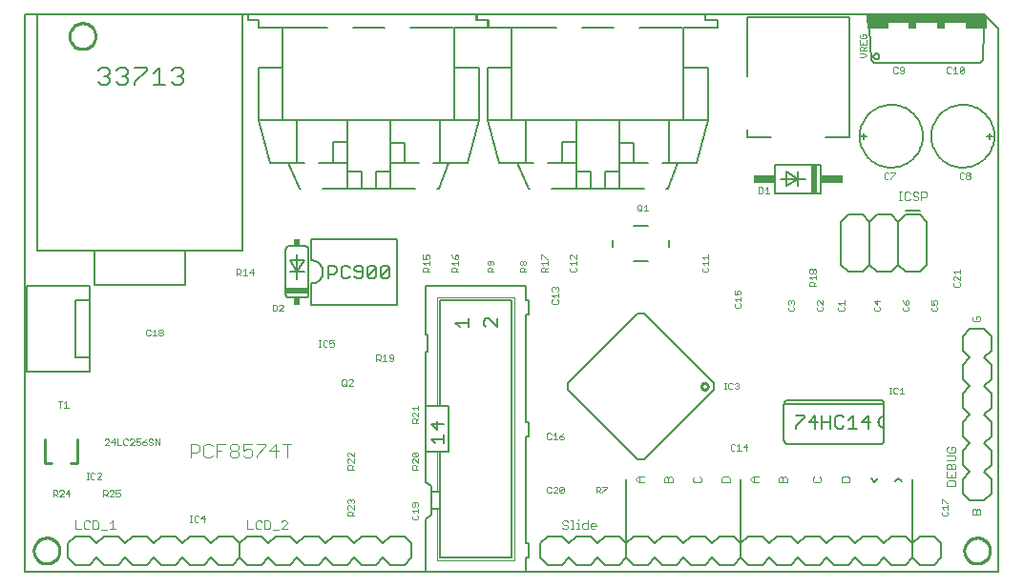
<source format=gto>
G75*
G70*
%OFA0B0*%
%FSLAX24Y24*%
%IPPOS*%
%LPD*%
%AMOC8*
5,1,8,0,0,1.08239X$1,22.5*
%
%ADD10C,0.0000*%
%ADD11C,0.0040*%
%ADD12C,0.0030*%
%ADD13C,0.0100*%
%ADD14C,0.0060*%
%ADD15C,0.0080*%
%ADD16C,0.0050*%
%ADD17C,0.0020*%
%ADD18R,0.4200X0.0300*%
%ADD19R,0.0750X0.0200*%
%ADD20R,0.0300X0.0200*%
%ADD21R,0.0200X0.1000*%
%ADD22R,0.0750X0.0300*%
%ADD23R,0.0800X0.0200*%
%ADD24R,0.0200X0.0250*%
D10*
X000182Y000188D02*
X000182Y019688D01*
X033682Y019688D01*
X034182Y019188D01*
X034182Y000188D01*
X000182Y000188D01*
D11*
X005952Y004208D02*
X005952Y004668D01*
X006183Y004668D01*
X006259Y004591D01*
X006259Y004438D01*
X006183Y004361D01*
X005952Y004361D01*
X006413Y004284D02*
X006489Y004208D01*
X006643Y004208D01*
X006720Y004284D01*
X006873Y004208D02*
X006873Y004668D01*
X007180Y004668D01*
X007333Y004591D02*
X007333Y004515D01*
X007410Y004438D01*
X007564Y004438D01*
X007640Y004361D01*
X007640Y004284D01*
X007564Y004208D01*
X007410Y004208D01*
X007333Y004284D01*
X007333Y004361D01*
X007410Y004438D01*
X007564Y004438D02*
X007640Y004515D01*
X007640Y004591D01*
X007564Y004668D01*
X007410Y004668D01*
X007333Y004591D01*
X007026Y004438D02*
X006873Y004438D01*
X006720Y004591D02*
X006643Y004668D01*
X006489Y004668D01*
X006413Y004591D01*
X006413Y004284D01*
X007794Y004284D02*
X007870Y004208D01*
X008024Y004208D01*
X008101Y004284D01*
X008101Y004438D01*
X008024Y004515D01*
X007947Y004515D01*
X007794Y004438D01*
X007794Y004668D01*
X008101Y004668D01*
X008254Y004668D02*
X008561Y004668D01*
X008561Y004591D01*
X008254Y004284D01*
X008254Y004208D01*
X008714Y004438D02*
X009021Y004438D01*
X008945Y004208D02*
X008945Y004668D01*
X008714Y004438D01*
X009175Y004668D02*
X009482Y004668D01*
X009328Y004668D02*
X009328Y004208D01*
X021507Y003426D02*
X021601Y003333D01*
X021787Y003333D01*
X021647Y003333D02*
X021647Y003520D01*
X021601Y003520D02*
X021787Y003520D01*
X021601Y003520D02*
X021507Y003426D01*
X022507Y003473D02*
X022507Y003333D01*
X022787Y003333D01*
X022787Y003473D01*
X022741Y003520D01*
X022694Y003520D01*
X022647Y003473D01*
X022647Y003333D01*
X022647Y003473D02*
X022601Y003520D01*
X022554Y003520D01*
X022507Y003473D01*
X023507Y003473D02*
X023507Y003379D01*
X023554Y003333D01*
X023741Y003333D01*
X023787Y003379D01*
X023787Y003473D01*
X023741Y003520D01*
X023554Y003520D02*
X023507Y003473D01*
X024507Y003473D02*
X024507Y003333D01*
X024787Y003333D01*
X024787Y003473D01*
X024741Y003520D01*
X024554Y003520D01*
X024507Y003473D01*
X025507Y003426D02*
X025601Y003333D01*
X025787Y003333D01*
X025647Y003333D02*
X025647Y003520D01*
X025601Y003520D02*
X025787Y003520D01*
X025601Y003520D02*
X025507Y003426D01*
X026507Y003473D02*
X026507Y003333D01*
X026787Y003333D01*
X026787Y003473D01*
X026741Y003520D01*
X026694Y003520D01*
X026647Y003473D01*
X026647Y003333D01*
X026647Y003473D02*
X026601Y003520D01*
X026554Y003520D01*
X026507Y003473D01*
X027695Y003473D02*
X027695Y003379D01*
X027741Y003333D01*
X027928Y003333D01*
X027975Y003379D01*
X027975Y003473D01*
X027928Y003520D01*
X027741Y003520D02*
X027695Y003473D01*
X028695Y003473D02*
X028695Y003333D01*
X028975Y003333D01*
X028975Y003473D01*
X028928Y003520D01*
X028741Y003520D01*
X028695Y003473D01*
X033257Y002348D02*
X033257Y002208D01*
X033537Y002208D01*
X033537Y002348D01*
X033491Y002395D01*
X033444Y002395D01*
X033397Y002348D01*
X033397Y002208D01*
X033397Y002348D02*
X033351Y002395D01*
X033304Y002395D01*
X033257Y002348D01*
X033304Y008958D02*
X033491Y008958D01*
X033537Y009004D01*
X033537Y009098D01*
X033491Y009145D01*
X033397Y009145D01*
X033397Y009051D01*
X033304Y008958D02*
X033257Y009004D01*
X033257Y009098D01*
X033304Y009145D01*
D12*
X031483Y013203D02*
X031483Y013493D01*
X031628Y013493D01*
X031677Y013445D01*
X031677Y013348D01*
X031628Y013299D01*
X031483Y013299D01*
X031382Y013299D02*
X031382Y013251D01*
X031334Y013203D01*
X031237Y013203D01*
X031188Y013251D01*
X031087Y013251D02*
X031039Y013203D01*
X030942Y013203D01*
X030894Y013251D01*
X030894Y013445D01*
X030942Y013493D01*
X031039Y013493D01*
X031087Y013445D01*
X031188Y013445D02*
X031188Y013396D01*
X031237Y013348D01*
X031334Y013348D01*
X031382Y013299D01*
X031382Y013445D02*
X031334Y013493D01*
X031237Y013493D01*
X031188Y013445D01*
X030794Y013493D02*
X030697Y013493D01*
X030746Y013493D02*
X030746Y013203D01*
X030794Y013203D02*
X030697Y013203D01*
X032426Y004575D02*
X032377Y004526D01*
X032377Y004430D01*
X032426Y004381D01*
X032619Y004381D01*
X032667Y004430D01*
X032667Y004526D01*
X032619Y004575D01*
X032522Y004575D01*
X032522Y004478D01*
X032619Y004280D02*
X032377Y004280D01*
X032377Y004087D02*
X032619Y004087D01*
X032667Y004135D01*
X032667Y004232D01*
X032619Y004280D01*
X032619Y003985D02*
X032667Y003937D01*
X032667Y003792D01*
X032377Y003792D01*
X032377Y003937D01*
X032426Y003985D01*
X032474Y003985D01*
X032522Y003937D01*
X032522Y003792D01*
X032522Y003937D02*
X032571Y003985D01*
X032619Y003985D01*
X032667Y003691D02*
X032667Y003497D01*
X032377Y003497D01*
X032377Y003691D01*
X032522Y003594D02*
X032522Y003497D01*
X032426Y003396D02*
X032377Y003348D01*
X032377Y003203D01*
X032667Y003203D01*
X032667Y003348D01*
X032619Y003396D01*
X032426Y003396D01*
X020123Y001848D02*
X020123Y001799D01*
X019929Y001799D01*
X019929Y001751D02*
X019929Y001848D01*
X019978Y001896D01*
X020075Y001896D01*
X020123Y001848D01*
X020075Y001703D02*
X019978Y001703D01*
X019929Y001751D01*
X019828Y001703D02*
X019683Y001703D01*
X019635Y001751D01*
X019635Y001848D01*
X019683Y001896D01*
X019828Y001896D01*
X019828Y001993D02*
X019828Y001703D01*
X019535Y001703D02*
X019438Y001703D01*
X019487Y001703D02*
X019487Y001896D01*
X019438Y001896D01*
X019487Y001993D02*
X019487Y002041D01*
X019290Y001993D02*
X019290Y001703D01*
X019242Y001703D02*
X019339Y001703D01*
X019141Y001751D02*
X019092Y001703D01*
X018996Y001703D01*
X018947Y001751D01*
X018996Y001848D02*
X019092Y001848D01*
X019141Y001799D01*
X019141Y001751D01*
X018996Y001848D02*
X018947Y001896D01*
X018947Y001945D01*
X018996Y001993D01*
X019092Y001993D01*
X019141Y001945D01*
X019242Y001993D02*
X019290Y001993D01*
X009319Y001896D02*
X009319Y001945D01*
X009271Y001993D01*
X009174Y001993D01*
X009126Y001945D01*
X009319Y001896D02*
X009126Y001703D01*
X009319Y001703D01*
X009025Y001654D02*
X008831Y001654D01*
X008730Y001751D02*
X008682Y001703D01*
X008537Y001703D01*
X008537Y001993D01*
X008682Y001993D01*
X008730Y001945D01*
X008730Y001751D01*
X008435Y001751D02*
X008387Y001703D01*
X008290Y001703D01*
X008242Y001751D01*
X008242Y001945D01*
X008290Y001993D01*
X008387Y001993D01*
X008435Y001945D01*
X007947Y001993D02*
X007947Y001703D01*
X008141Y001703D01*
X003319Y001703D02*
X003126Y001703D01*
X003223Y001703D02*
X003223Y001993D01*
X003126Y001896D01*
X003025Y001654D02*
X002831Y001654D01*
X002730Y001751D02*
X002730Y001945D01*
X002682Y001993D01*
X002537Y001993D01*
X002537Y001703D01*
X002682Y001703D01*
X002730Y001751D01*
X002435Y001751D02*
X002387Y001703D01*
X002290Y001703D01*
X002242Y001751D01*
X002242Y001945D01*
X002290Y001993D01*
X002387Y001993D01*
X002435Y001945D01*
X002141Y001703D02*
X001947Y001703D01*
X001947Y001993D01*
D13*
X000481Y000938D02*
X000483Y000980D01*
X000489Y001022D01*
X000499Y001063D01*
X000512Y001103D01*
X000530Y001142D01*
X000551Y001179D01*
X000575Y001213D01*
X000602Y001245D01*
X000632Y001275D01*
X000665Y001302D01*
X000700Y001325D01*
X000738Y001345D01*
X000777Y001361D01*
X000817Y001374D01*
X000858Y001383D01*
X000900Y001388D01*
X000943Y001389D01*
X000985Y001386D01*
X001026Y001379D01*
X001067Y001368D01*
X001107Y001354D01*
X001145Y001335D01*
X001181Y001314D01*
X001216Y001289D01*
X001247Y001261D01*
X001276Y001230D01*
X001302Y001196D01*
X001324Y001160D01*
X001343Y001123D01*
X001359Y001083D01*
X001371Y001043D01*
X001379Y001001D01*
X001383Y000959D01*
X001383Y000917D01*
X001379Y000875D01*
X001371Y000833D01*
X001359Y000793D01*
X001343Y000753D01*
X001324Y000716D01*
X001302Y000680D01*
X001276Y000646D01*
X001247Y000615D01*
X001216Y000587D01*
X001181Y000562D01*
X001145Y000541D01*
X001107Y000522D01*
X001067Y000508D01*
X001026Y000497D01*
X000985Y000490D01*
X000943Y000487D01*
X000900Y000488D01*
X000858Y000493D01*
X000817Y000502D01*
X000777Y000515D01*
X000738Y000531D01*
X000700Y000551D01*
X000665Y000574D01*
X000632Y000601D01*
X000602Y000631D01*
X000575Y000663D01*
X000551Y000697D01*
X000530Y000734D01*
X000512Y000773D01*
X000499Y000813D01*
X000489Y000854D01*
X000483Y000896D01*
X000481Y000938D01*
X000861Y003999D02*
X001098Y003999D01*
X000861Y003999D02*
X000861Y004845D01*
X002003Y004845D02*
X002003Y003999D01*
X001767Y003999D01*
X023798Y006688D02*
X023800Y006708D01*
X023805Y006728D01*
X023815Y006746D01*
X023827Y006763D01*
X023842Y006777D01*
X023860Y006787D01*
X023879Y006795D01*
X023899Y006799D01*
X023919Y006799D01*
X023939Y006795D01*
X023958Y006787D01*
X023976Y006777D01*
X023991Y006763D01*
X024003Y006746D01*
X024013Y006728D01*
X024018Y006708D01*
X024020Y006688D01*
X024018Y006668D01*
X024013Y006648D01*
X024003Y006630D01*
X023991Y006613D01*
X023976Y006599D01*
X023958Y006589D01*
X023939Y006581D01*
X023919Y006577D01*
X023899Y006577D01*
X023879Y006581D01*
X023860Y006589D01*
X023842Y006599D01*
X023827Y006613D01*
X023815Y006630D01*
X023805Y006648D01*
X023800Y006668D01*
X023798Y006688D01*
X032981Y000938D02*
X032983Y000980D01*
X032989Y001022D01*
X032999Y001063D01*
X033012Y001103D01*
X033030Y001142D01*
X033051Y001179D01*
X033075Y001213D01*
X033102Y001245D01*
X033132Y001275D01*
X033165Y001302D01*
X033200Y001325D01*
X033238Y001345D01*
X033277Y001361D01*
X033317Y001374D01*
X033358Y001383D01*
X033400Y001388D01*
X033443Y001389D01*
X033485Y001386D01*
X033526Y001379D01*
X033567Y001368D01*
X033607Y001354D01*
X033645Y001335D01*
X033681Y001314D01*
X033716Y001289D01*
X033747Y001261D01*
X033776Y001230D01*
X033802Y001196D01*
X033824Y001160D01*
X033843Y001123D01*
X033859Y001083D01*
X033871Y001043D01*
X033879Y001001D01*
X033883Y000959D01*
X033883Y000917D01*
X033879Y000875D01*
X033871Y000833D01*
X033859Y000793D01*
X033843Y000753D01*
X033824Y000716D01*
X033802Y000680D01*
X033776Y000646D01*
X033747Y000615D01*
X033716Y000587D01*
X033681Y000562D01*
X033645Y000541D01*
X033607Y000522D01*
X033567Y000508D01*
X033526Y000497D01*
X033485Y000490D01*
X033443Y000487D01*
X033400Y000488D01*
X033358Y000493D01*
X033317Y000502D01*
X033277Y000515D01*
X033238Y000531D01*
X033200Y000551D01*
X033165Y000574D01*
X033132Y000601D01*
X033102Y000631D01*
X033075Y000663D01*
X033051Y000697D01*
X033030Y000734D01*
X033012Y000773D01*
X032999Y000813D01*
X032989Y000854D01*
X032983Y000896D01*
X032981Y000938D01*
X001731Y018938D02*
X001733Y018980D01*
X001739Y019022D01*
X001749Y019063D01*
X001762Y019103D01*
X001780Y019142D01*
X001801Y019179D01*
X001825Y019213D01*
X001852Y019245D01*
X001882Y019275D01*
X001915Y019302D01*
X001950Y019325D01*
X001988Y019345D01*
X002027Y019361D01*
X002067Y019374D01*
X002108Y019383D01*
X002150Y019388D01*
X002193Y019389D01*
X002235Y019386D01*
X002276Y019379D01*
X002317Y019368D01*
X002357Y019354D01*
X002395Y019335D01*
X002431Y019314D01*
X002466Y019289D01*
X002497Y019261D01*
X002526Y019230D01*
X002552Y019196D01*
X002574Y019160D01*
X002593Y019123D01*
X002609Y019083D01*
X002621Y019043D01*
X002629Y019001D01*
X002633Y018959D01*
X002633Y018917D01*
X002629Y018875D01*
X002621Y018833D01*
X002609Y018793D01*
X002593Y018753D01*
X002574Y018716D01*
X002552Y018680D01*
X002526Y018646D01*
X002497Y018615D01*
X002466Y018587D01*
X002431Y018562D01*
X002395Y018541D01*
X002357Y018522D01*
X002317Y018508D01*
X002276Y018497D01*
X002235Y018490D01*
X002193Y018487D01*
X002150Y018488D01*
X002108Y018493D01*
X002067Y018502D01*
X002027Y018515D01*
X001988Y018531D01*
X001950Y018551D01*
X001915Y018574D01*
X001882Y018601D01*
X001852Y018631D01*
X001825Y018663D01*
X001801Y018697D01*
X001780Y018734D01*
X001762Y018773D01*
X001749Y018813D01*
X001739Y018854D01*
X001733Y018896D01*
X001731Y018938D01*
D14*
X000182Y019688D02*
X000182Y000188D01*
X034182Y000188D01*
X034182Y019188D01*
X033682Y019688D01*
X000182Y019688D01*
X007982Y019688D02*
X007982Y019488D01*
X008332Y019488D01*
X008332Y019238D01*
X009182Y019238D01*
X010732Y019238D01*
X011632Y019238D02*
X012732Y019238D01*
X013632Y019238D02*
X015132Y019238D01*
X015182Y019238D02*
X015182Y017838D01*
X015182Y015988D01*
X016032Y015988D01*
X015632Y014488D01*
X014982Y014488D01*
X014632Y013588D01*
X014557Y013588D01*
X013807Y013588D02*
X012932Y013588D01*
X012432Y013588D01*
X011932Y013588D01*
X011932Y014188D01*
X011432Y014188D01*
X011432Y014488D01*
X010932Y014488D01*
X010932Y015238D01*
X011432Y015238D01*
X011432Y015988D01*
X012932Y015988D01*
X012932Y015188D01*
X013432Y015188D01*
X013432Y014488D01*
X013932Y014488D01*
X013432Y014488D02*
X012932Y014488D01*
X012932Y014188D01*
X012432Y014188D01*
X012432Y013588D01*
X012932Y013588D02*
X012932Y014188D01*
X012932Y014488D02*
X012932Y015188D01*
X012932Y015988D02*
X015182Y015988D01*
X014682Y015988D02*
X014682Y014488D01*
X014432Y014488D01*
X014682Y014488D02*
X014982Y014488D01*
X016732Y014488D02*
X016332Y015988D01*
X017182Y015988D01*
X017182Y017838D01*
X016332Y017838D01*
X016332Y015988D01*
X016032Y015988D02*
X016032Y017838D01*
X015182Y017838D01*
X017182Y017838D02*
X017182Y019238D01*
X018732Y019238D01*
X019632Y019238D02*
X020732Y019238D01*
X021632Y019238D02*
X023132Y019238D01*
X023182Y019238D02*
X023182Y017838D01*
X023182Y015988D01*
X024032Y015988D01*
X023632Y014488D01*
X022982Y014488D01*
X022632Y013588D01*
X022557Y013588D01*
X021807Y013588D02*
X020932Y013588D01*
X020432Y013588D01*
X019932Y013588D01*
X019432Y013588D01*
X019432Y014188D01*
X019432Y014488D01*
X018932Y014488D01*
X018932Y015238D01*
X019432Y015238D01*
X019432Y015988D01*
X020932Y015988D01*
X020932Y015188D01*
X021432Y015188D01*
X021432Y014488D01*
X021932Y014488D01*
X021432Y014488D02*
X020932Y014488D01*
X020932Y014188D01*
X020432Y014188D01*
X020432Y013588D01*
X019932Y013588D02*
X019932Y014188D01*
X019432Y014188D01*
X019432Y014488D02*
X019432Y015238D01*
X018932Y014488D02*
X018432Y014488D01*
X017932Y014488D02*
X017682Y014488D01*
X017682Y015988D01*
X017182Y015988D02*
X019432Y015988D01*
X020932Y015988D02*
X023182Y015988D01*
X022682Y015988D02*
X022682Y014488D01*
X022432Y014488D01*
X022682Y014488D02*
X022982Y014488D01*
X020932Y014488D02*
X020932Y015188D01*
X020932Y014188D02*
X020932Y013588D01*
X019432Y013588D02*
X018557Y013588D01*
X017807Y013588D02*
X017782Y013588D01*
X017382Y014488D01*
X017682Y014488D01*
X017382Y014488D02*
X016732Y014488D01*
X013182Y011838D02*
X013182Y009538D01*
X010182Y009538D01*
X010182Y010288D01*
X009682Y010438D02*
X009682Y010688D01*
X009932Y010688D01*
X009682Y010688D02*
X009432Y010688D01*
X009682Y010688D02*
X009432Y011088D01*
X009932Y011088D01*
X009682Y010688D01*
X009682Y011288D01*
X009382Y011588D02*
X009365Y011586D01*
X009348Y011582D01*
X009332Y011575D01*
X009318Y011565D01*
X009305Y011552D01*
X009295Y011538D01*
X009288Y011522D01*
X009284Y011505D01*
X009282Y011488D01*
X009282Y009888D01*
X009284Y009871D01*
X009288Y009854D01*
X009295Y009838D01*
X009305Y009824D01*
X009318Y009811D01*
X009332Y009801D01*
X009348Y009794D01*
X009365Y009790D01*
X009382Y009788D01*
X009982Y009788D01*
X009999Y009790D01*
X010016Y009794D01*
X010032Y009801D01*
X010046Y009811D01*
X010059Y009824D01*
X010069Y009838D01*
X010076Y009854D01*
X010080Y009871D01*
X010082Y009888D01*
X010082Y011488D01*
X010080Y011505D01*
X010076Y011522D01*
X010069Y011538D01*
X010059Y011552D01*
X010046Y011565D01*
X010032Y011575D01*
X010016Y011582D01*
X009999Y011586D01*
X009982Y011588D01*
X009382Y011588D01*
X010182Y011838D02*
X010182Y011088D01*
X010221Y011086D01*
X010260Y011080D01*
X010298Y011071D01*
X010335Y011058D01*
X010371Y011041D01*
X010404Y011021D01*
X010436Y010997D01*
X010465Y010971D01*
X010491Y010942D01*
X010515Y010910D01*
X010535Y010877D01*
X010552Y010841D01*
X010565Y010804D01*
X010574Y010766D01*
X010580Y010727D01*
X010582Y010688D01*
X010580Y010649D01*
X010574Y010610D01*
X010565Y010572D01*
X010552Y010535D01*
X010535Y010499D01*
X010515Y010466D01*
X010491Y010434D01*
X010465Y010405D01*
X010436Y010379D01*
X010404Y010355D01*
X010371Y010335D01*
X010335Y010318D01*
X010298Y010305D01*
X010260Y010296D01*
X010221Y010290D01*
X010182Y010288D01*
X010182Y011838D02*
X013182Y011838D01*
X014182Y010188D02*
X014182Y008488D01*
X014232Y008488D01*
X014232Y007888D01*
X014182Y007888D01*
X014182Y005988D01*
X014582Y005988D01*
X014682Y005988D01*
X014682Y009688D01*
X017182Y009688D01*
X017182Y000688D01*
X014682Y000688D01*
X014682Y002388D01*
X014682Y002988D01*
X014682Y004388D01*
X014582Y004388D01*
X014182Y004388D01*
X014182Y005988D01*
X014682Y005988D02*
X014982Y005988D01*
X014982Y004388D01*
X014682Y004388D01*
X014182Y004388D02*
X014182Y003338D01*
X014382Y003188D01*
X014382Y002988D01*
X014382Y002388D01*
X014582Y002388D01*
X014682Y002388D01*
X014382Y002388D02*
X014382Y002188D01*
X014182Y002038D01*
X014182Y000188D01*
X017682Y000188D01*
X017682Y000688D01*
X017782Y000688D01*
X017782Y001188D01*
X017682Y001188D01*
X017682Y004938D01*
X017782Y004938D01*
X017782Y005438D01*
X017682Y005438D01*
X017682Y009188D01*
X017782Y009188D01*
X017782Y009688D01*
X017682Y009688D01*
X017682Y010188D01*
X014182Y010188D01*
X011932Y013588D02*
X011432Y013588D01*
X011432Y014188D01*
X011432Y014488D02*
X011432Y015238D01*
X010932Y014488D02*
X010432Y014488D01*
X009932Y014488D02*
X009682Y014488D01*
X009682Y015988D01*
X009182Y015988D02*
X009182Y017838D01*
X008332Y017838D01*
X008332Y015988D01*
X009182Y015988D01*
X011432Y015988D01*
X009682Y014488D02*
X009382Y014488D01*
X008732Y014488D01*
X008332Y015988D01*
X009382Y014488D02*
X009782Y013588D01*
X009807Y013588D01*
X010557Y013588D02*
X011432Y013588D01*
X009182Y017838D02*
X009182Y019238D01*
X007982Y019688D02*
X015932Y019688D01*
X015932Y019488D01*
X016382Y019488D01*
X016382Y019238D01*
X015182Y019238D01*
X015982Y019488D02*
X015982Y019688D01*
X023932Y019688D01*
X023932Y019488D01*
X024382Y019488D01*
X024382Y019238D01*
X023182Y019238D01*
X023182Y017838D02*
X024032Y017838D01*
X024032Y015988D01*
X026382Y014438D02*
X026382Y013438D01*
X027982Y013438D01*
X027982Y014438D01*
X026382Y014438D01*
X026782Y014188D02*
X027182Y013938D01*
X027182Y014188D01*
X027182Y013938D02*
X027182Y013688D01*
X027182Y013938D02*
X026782Y013688D01*
X026782Y014188D01*
X026582Y013938D02*
X027182Y013938D01*
X027432Y013938D01*
X029382Y015438D02*
X029582Y015438D01*
X029482Y015338D02*
X029482Y015538D01*
X029332Y015438D02*
X029334Y015504D01*
X029340Y015569D01*
X029350Y015634D01*
X029363Y015699D01*
X029381Y015762D01*
X029402Y015825D01*
X029427Y015885D01*
X029456Y015945D01*
X029488Y016002D01*
X029523Y016058D01*
X029562Y016111D01*
X029604Y016162D01*
X029648Y016210D01*
X029696Y016255D01*
X029746Y016298D01*
X029799Y016337D01*
X029854Y016374D01*
X029911Y016407D01*
X029970Y016436D01*
X030030Y016462D01*
X030092Y016484D01*
X030155Y016503D01*
X030219Y016517D01*
X030284Y016528D01*
X030350Y016535D01*
X030416Y016538D01*
X030481Y016537D01*
X030547Y016532D01*
X030612Y016523D01*
X030677Y016510D01*
X030740Y016494D01*
X030803Y016474D01*
X030864Y016449D01*
X030924Y016422D01*
X030982Y016391D01*
X031038Y016356D01*
X031092Y016318D01*
X031143Y016277D01*
X031192Y016233D01*
X031238Y016186D01*
X031282Y016137D01*
X031322Y016085D01*
X031359Y016030D01*
X031393Y015974D01*
X031423Y015915D01*
X031450Y015855D01*
X031473Y015794D01*
X031492Y015731D01*
X031508Y015667D01*
X031520Y015602D01*
X031528Y015537D01*
X031532Y015471D01*
X031532Y015405D01*
X031528Y015339D01*
X031520Y015274D01*
X031508Y015209D01*
X031492Y015145D01*
X031473Y015082D01*
X031450Y015021D01*
X031423Y014961D01*
X031393Y014902D01*
X031359Y014846D01*
X031322Y014791D01*
X031282Y014739D01*
X031238Y014690D01*
X031192Y014643D01*
X031143Y014599D01*
X031092Y014558D01*
X031038Y014520D01*
X030982Y014485D01*
X030924Y014454D01*
X030864Y014427D01*
X030803Y014402D01*
X030740Y014382D01*
X030677Y014366D01*
X030612Y014353D01*
X030547Y014344D01*
X030481Y014339D01*
X030416Y014338D01*
X030350Y014341D01*
X030284Y014348D01*
X030219Y014359D01*
X030155Y014373D01*
X030092Y014392D01*
X030030Y014414D01*
X029970Y014440D01*
X029911Y014469D01*
X029854Y014502D01*
X029799Y014539D01*
X029746Y014578D01*
X029696Y014621D01*
X029648Y014666D01*
X029604Y014714D01*
X029562Y014765D01*
X029523Y014818D01*
X029488Y014874D01*
X029456Y014931D01*
X029427Y014991D01*
X029402Y015051D01*
X029381Y015114D01*
X029363Y015177D01*
X029350Y015242D01*
X029340Y015307D01*
X029334Y015372D01*
X029332Y015438D01*
X031832Y015438D02*
X031834Y015504D01*
X031840Y015569D01*
X031850Y015634D01*
X031863Y015699D01*
X031881Y015762D01*
X031902Y015825D01*
X031927Y015885D01*
X031956Y015945D01*
X031988Y016002D01*
X032023Y016058D01*
X032062Y016111D01*
X032104Y016162D01*
X032148Y016210D01*
X032196Y016255D01*
X032246Y016298D01*
X032299Y016337D01*
X032354Y016374D01*
X032411Y016407D01*
X032470Y016436D01*
X032530Y016462D01*
X032592Y016484D01*
X032655Y016503D01*
X032719Y016517D01*
X032784Y016528D01*
X032850Y016535D01*
X032916Y016538D01*
X032981Y016537D01*
X033047Y016532D01*
X033112Y016523D01*
X033177Y016510D01*
X033240Y016494D01*
X033303Y016474D01*
X033364Y016449D01*
X033424Y016422D01*
X033482Y016391D01*
X033538Y016356D01*
X033592Y016318D01*
X033643Y016277D01*
X033692Y016233D01*
X033738Y016186D01*
X033782Y016137D01*
X033822Y016085D01*
X033859Y016030D01*
X033893Y015974D01*
X033923Y015915D01*
X033950Y015855D01*
X033973Y015794D01*
X033992Y015731D01*
X034008Y015667D01*
X034020Y015602D01*
X034028Y015537D01*
X034032Y015471D01*
X034032Y015405D01*
X034028Y015339D01*
X034020Y015274D01*
X034008Y015209D01*
X033992Y015145D01*
X033973Y015082D01*
X033950Y015021D01*
X033923Y014961D01*
X033893Y014902D01*
X033859Y014846D01*
X033822Y014791D01*
X033782Y014739D01*
X033738Y014690D01*
X033692Y014643D01*
X033643Y014599D01*
X033592Y014558D01*
X033538Y014520D01*
X033482Y014485D01*
X033424Y014454D01*
X033364Y014427D01*
X033303Y014402D01*
X033240Y014382D01*
X033177Y014366D01*
X033112Y014353D01*
X033047Y014344D01*
X032981Y014339D01*
X032916Y014338D01*
X032850Y014341D01*
X032784Y014348D01*
X032719Y014359D01*
X032655Y014373D01*
X032592Y014392D01*
X032530Y014414D01*
X032470Y014440D01*
X032411Y014469D01*
X032354Y014502D01*
X032299Y014539D01*
X032246Y014578D01*
X032196Y014621D01*
X032148Y014666D01*
X032104Y014714D01*
X032062Y014765D01*
X032023Y014818D01*
X031988Y014874D01*
X031956Y014931D01*
X031927Y014991D01*
X031902Y015051D01*
X031881Y015114D01*
X031863Y015177D01*
X031850Y015242D01*
X031840Y015307D01*
X031834Y015372D01*
X031832Y015438D01*
X033782Y015438D02*
X033982Y015438D01*
X033882Y015538D02*
X033882Y015338D01*
X030032Y006208D02*
X026832Y006208D01*
X026809Y006206D01*
X026786Y006201D01*
X026764Y006192D01*
X026744Y006179D01*
X026726Y006164D01*
X026711Y006146D01*
X026698Y006126D01*
X026689Y006104D01*
X026684Y006081D01*
X026682Y006058D01*
X026682Y004818D01*
X026684Y004795D01*
X026689Y004772D01*
X026698Y004750D01*
X026711Y004730D01*
X026726Y004712D01*
X026744Y004697D01*
X026764Y004684D01*
X026786Y004675D01*
X026809Y004670D01*
X026832Y004668D01*
X030032Y004668D01*
X030055Y004670D01*
X030078Y004675D01*
X030100Y004684D01*
X030120Y004697D01*
X030138Y004712D01*
X030153Y004730D01*
X030166Y004750D01*
X030175Y004772D01*
X030180Y004795D01*
X030182Y004818D01*
X030182Y005238D01*
X030182Y005638D01*
X030182Y006058D01*
X030182Y006068D02*
X026682Y006068D01*
X030032Y006208D02*
X030055Y006206D01*
X030078Y006201D01*
X030100Y006192D01*
X030120Y006179D01*
X030138Y006164D01*
X030153Y006146D01*
X030166Y006126D01*
X030175Y006104D01*
X030180Y006081D01*
X030182Y006058D01*
X030182Y005638D02*
X030155Y005636D01*
X030128Y005631D01*
X030102Y005621D01*
X030078Y005609D01*
X030056Y005593D01*
X030036Y005575D01*
X030019Y005553D01*
X030004Y005530D01*
X029994Y005505D01*
X029986Y005479D01*
X029982Y005452D01*
X029982Y005424D01*
X029986Y005397D01*
X029994Y005371D01*
X030004Y005346D01*
X030019Y005323D01*
X030036Y005301D01*
X030056Y005283D01*
X030078Y005267D01*
X030102Y005255D01*
X030128Y005245D01*
X030155Y005240D01*
X030182Y005238D01*
X029951Y003459D02*
X029837Y003346D01*
X029724Y003459D01*
X030568Y003354D02*
X030682Y003468D01*
X030795Y003354D01*
X014682Y002988D02*
X014582Y002988D01*
X014382Y002988D01*
X016332Y019238D02*
X017182Y019238D01*
X016332Y019238D02*
X016332Y019488D01*
X015982Y019488D01*
D15*
X025411Y019607D02*
X025411Y017520D01*
X025411Y015670D02*
X025411Y015394D01*
X026237Y015394D01*
X028127Y015394D02*
X028954Y015394D01*
X028954Y019607D01*
X025411Y019607D01*
X030932Y012820D02*
X031432Y012820D01*
X031432Y012688D02*
X030932Y012688D01*
X030682Y012438D01*
X030682Y010938D01*
X030432Y010688D01*
X029932Y010688D01*
X029682Y010938D01*
X029682Y012438D01*
X029432Y012688D01*
X028932Y012688D01*
X028682Y012438D01*
X028682Y010938D01*
X028932Y010688D01*
X029432Y010688D01*
X029682Y010938D01*
X030682Y010938D02*
X030932Y010688D01*
X031432Y010688D01*
X031682Y010938D01*
X031682Y012438D01*
X031432Y012688D01*
X030682Y012438D02*
X030432Y012688D01*
X029932Y012688D01*
X029682Y012438D01*
X033182Y008688D02*
X033682Y008688D01*
X033932Y008438D01*
X033932Y007938D01*
X033682Y007688D01*
X033932Y007438D01*
X033932Y006938D01*
X033682Y006688D01*
X033932Y006438D01*
X033932Y005938D01*
X033682Y005688D01*
X033932Y005438D01*
X033932Y004938D01*
X033682Y004688D01*
X033932Y004438D01*
X033932Y003938D01*
X033682Y003688D01*
X033932Y003438D01*
X033932Y002938D01*
X033682Y002688D01*
X033182Y002688D01*
X032932Y002938D01*
X032932Y003438D01*
X033182Y003688D01*
X032932Y003938D01*
X032932Y004438D01*
X033182Y004688D01*
X032932Y004938D01*
X032932Y005438D01*
X033182Y005688D01*
X032932Y005938D01*
X032932Y006438D01*
X033182Y006688D01*
X032932Y006938D01*
X032932Y007438D01*
X033182Y007688D01*
X032932Y007938D01*
X032932Y008438D01*
X033182Y008688D01*
X031182Y003438D02*
X031182Y000688D01*
X031432Y000438D01*
X031932Y000438D01*
X032182Y000688D01*
X032182Y001188D01*
X031932Y001438D01*
X031432Y001438D01*
X031182Y001188D01*
X030932Y001438D01*
X030432Y001438D01*
X030182Y001188D01*
X029932Y001438D01*
X029432Y001438D01*
X029182Y001188D01*
X028932Y001438D01*
X028432Y001438D01*
X028182Y001188D01*
X027932Y001438D01*
X027432Y001438D01*
X027182Y001188D01*
X026932Y001438D01*
X026432Y001438D01*
X026182Y001188D01*
X025932Y001438D01*
X025432Y001438D01*
X025182Y001188D01*
X025182Y000688D01*
X024932Y000438D01*
X024432Y000438D01*
X024182Y000688D01*
X023932Y000438D01*
X023432Y000438D01*
X023182Y000688D01*
X022932Y000438D01*
X022432Y000438D01*
X022182Y000688D01*
X021932Y000438D01*
X021432Y000438D01*
X021182Y000688D01*
X021182Y001188D01*
X021432Y001438D01*
X021932Y001438D01*
X022182Y001188D01*
X022432Y001438D01*
X022932Y001438D01*
X023182Y001188D01*
X023432Y001438D01*
X023932Y001438D01*
X024182Y001188D01*
X024432Y001438D01*
X024932Y001438D01*
X025182Y001188D01*
X025182Y000688D01*
X025432Y000438D01*
X025932Y000438D01*
X026182Y000688D01*
X026432Y000438D01*
X026932Y000438D01*
X027182Y000688D01*
X027432Y000438D01*
X027932Y000438D01*
X028182Y000688D01*
X028432Y000438D01*
X028932Y000438D01*
X029182Y000688D01*
X029432Y000438D01*
X029932Y000438D01*
X030182Y000688D01*
X030432Y000438D01*
X030932Y000438D01*
X031182Y000688D01*
X025182Y000938D02*
X025182Y003438D01*
X024244Y006576D02*
X021794Y004127D01*
X021571Y004127D01*
X019121Y006576D01*
X019121Y006799D01*
X021571Y009249D01*
X021794Y009249D01*
X024244Y006799D01*
X024244Y006576D01*
X021182Y003438D02*
X021182Y000938D01*
X021182Y000688D02*
X021182Y001188D01*
X020932Y001438D01*
X020432Y001438D01*
X020182Y001188D01*
X019932Y001438D01*
X019432Y001438D01*
X019182Y001188D01*
X018932Y001438D01*
X018432Y001438D01*
X018182Y001188D01*
X018182Y000688D01*
X018432Y000438D01*
X018932Y000438D01*
X019182Y000688D01*
X019432Y000438D01*
X019932Y000438D01*
X020182Y000688D01*
X020432Y000438D01*
X020932Y000438D01*
X021182Y000688D01*
X013682Y000688D02*
X013432Y000438D01*
X012932Y000438D01*
X012682Y000688D01*
X012432Y000438D01*
X011932Y000438D01*
X011682Y000688D01*
X011432Y000438D01*
X010932Y000438D01*
X010682Y000688D01*
X010432Y000438D01*
X009932Y000438D01*
X009682Y000688D01*
X009432Y000438D01*
X008932Y000438D01*
X008682Y000688D01*
X008432Y000438D01*
X007932Y000438D01*
X007682Y000688D01*
X007682Y001188D01*
X007432Y001438D01*
X006932Y001438D01*
X006682Y001188D01*
X006432Y001438D01*
X005932Y001438D01*
X005682Y001188D01*
X005432Y001438D01*
X004932Y001438D01*
X004682Y001188D01*
X004432Y001438D01*
X003932Y001438D01*
X003682Y001188D01*
X003432Y001438D01*
X002932Y001438D01*
X002682Y001188D01*
X002432Y001438D01*
X001932Y001438D01*
X001682Y001188D01*
X001682Y000688D01*
X001932Y000438D01*
X002432Y000438D01*
X002682Y000688D01*
X002932Y000438D01*
X003432Y000438D01*
X003682Y000688D01*
X003932Y000438D01*
X004432Y000438D01*
X004682Y000688D01*
X004932Y000438D01*
X005432Y000438D01*
X005682Y000688D01*
X005932Y000438D01*
X006432Y000438D01*
X006682Y000688D01*
X006932Y000438D01*
X007432Y000438D01*
X007682Y000688D01*
X007682Y001188D01*
X007932Y001438D01*
X008432Y001438D01*
X008682Y001188D01*
X008932Y001438D01*
X009432Y001438D01*
X009682Y001188D01*
X009932Y001438D01*
X010432Y001438D01*
X010682Y001188D01*
X010932Y001438D01*
X011432Y001438D01*
X011682Y001188D01*
X011932Y001438D01*
X012432Y001438D01*
X012682Y001188D01*
X012932Y001438D01*
X013432Y001438D01*
X013682Y001188D01*
X013682Y000688D01*
X021446Y011058D02*
X021919Y011058D01*
X022667Y011570D02*
X022667Y011806D01*
X021919Y012318D02*
X021446Y012318D01*
X020698Y011806D02*
X020698Y011570D01*
X005714Y017331D02*
X005611Y017228D01*
X005404Y017228D01*
X005300Y017331D01*
X005070Y017228D02*
X004656Y017228D01*
X004863Y017228D02*
X004863Y017848D01*
X004656Y017641D01*
X004425Y017745D02*
X004011Y017331D01*
X004011Y017228D01*
X003781Y017331D02*
X003677Y017228D01*
X003470Y017228D01*
X003367Y017331D01*
X003136Y017331D02*
X003033Y017228D01*
X002826Y017228D01*
X002722Y017331D01*
X002929Y017538D02*
X003033Y017538D01*
X003136Y017435D01*
X003136Y017331D01*
X003033Y017538D02*
X003136Y017641D01*
X003136Y017745D01*
X003033Y017848D01*
X002826Y017848D01*
X002722Y017745D01*
X003367Y017745D02*
X003470Y017848D01*
X003677Y017848D01*
X003781Y017745D01*
X003781Y017641D01*
X003677Y017538D01*
X003781Y017435D01*
X003781Y017331D01*
X003677Y017538D02*
X003574Y017538D01*
X004011Y017848D02*
X004425Y017848D01*
X004425Y017745D01*
X005300Y017745D02*
X005404Y017848D01*
X005611Y017848D01*
X005714Y017745D01*
X005714Y017641D01*
X005611Y017538D01*
X005714Y017435D01*
X005714Y017331D01*
X005611Y017538D02*
X005507Y017538D01*
D16*
X007765Y019700D02*
X007765Y011433D01*
X005757Y011433D01*
X005757Y010251D01*
X002608Y010251D01*
X002608Y011433D01*
X000600Y011433D01*
X000600Y019700D01*
X007765Y019700D01*
X005757Y011433D02*
X002608Y011433D01*
X002432Y010188D02*
X002432Y009688D01*
X001932Y009688D01*
X001932Y007688D01*
X002432Y007688D01*
X002432Y007188D01*
X000232Y007188D01*
X000232Y010188D01*
X002432Y010188D01*
X002432Y009688D02*
X002432Y007688D01*
X010757Y010463D02*
X010757Y010913D01*
X010983Y010913D01*
X011058Y010838D01*
X011058Y010688D01*
X010983Y010613D01*
X010757Y010613D01*
X011218Y010538D02*
X011218Y010838D01*
X011293Y010913D01*
X011443Y010913D01*
X011518Y010838D01*
X011678Y010838D02*
X011678Y010763D01*
X011753Y010688D01*
X011978Y010688D01*
X011978Y010838D02*
X011903Y010913D01*
X011753Y010913D01*
X011678Y010838D01*
X011678Y010538D02*
X011753Y010463D01*
X011903Y010463D01*
X011978Y010538D01*
X011978Y010838D01*
X012138Y010838D02*
X012138Y010538D01*
X012439Y010838D01*
X012439Y010538D01*
X012364Y010463D01*
X012213Y010463D01*
X012138Y010538D01*
X012138Y010838D02*
X012213Y010913D01*
X012364Y010913D01*
X012439Y010838D01*
X012599Y010838D02*
X012674Y010913D01*
X012824Y010913D01*
X012899Y010838D01*
X012599Y010538D01*
X012674Y010463D01*
X012824Y010463D01*
X012899Y010538D01*
X012899Y010838D01*
X012599Y010838D02*
X012599Y010538D01*
X011518Y010538D02*
X011443Y010463D01*
X011293Y010463D01*
X011218Y010538D01*
X015207Y008902D02*
X015657Y008902D01*
X015657Y008752D02*
X015657Y009053D01*
X015357Y008752D02*
X015207Y008902D01*
X016207Y008827D02*
X016282Y008752D01*
X016207Y008827D02*
X016207Y008978D01*
X016282Y009053D01*
X016357Y009053D01*
X016657Y008752D01*
X016657Y009053D01*
X014807Y005377D02*
X014357Y005377D01*
X014582Y005152D01*
X014582Y005453D01*
X014807Y004992D02*
X014807Y004692D01*
X014807Y004842D02*
X014357Y004842D01*
X014507Y004692D01*
X027095Y005213D02*
X027095Y005288D01*
X027395Y005588D01*
X027395Y005663D01*
X027095Y005663D01*
X027555Y005438D02*
X027856Y005438D01*
X028016Y005438D02*
X028316Y005438D01*
X028476Y005588D02*
X028476Y005288D01*
X028551Y005213D01*
X028701Y005213D01*
X028776Y005288D01*
X028936Y005213D02*
X029237Y005213D01*
X029087Y005213D02*
X029087Y005663D01*
X028936Y005513D01*
X028776Y005588D02*
X028701Y005663D01*
X028551Y005663D01*
X028476Y005588D01*
X028316Y005663D02*
X028316Y005213D01*
X028016Y005213D02*
X028016Y005663D01*
X027781Y005663D02*
X027555Y005438D01*
X027781Y005213D02*
X027781Y005663D01*
X029397Y005438D02*
X029697Y005438D01*
X029622Y005213D02*
X029622Y005663D01*
X029397Y005438D01*
X029832Y017988D02*
X029732Y018088D01*
X029682Y019238D01*
X029812Y018228D02*
X029814Y018248D01*
X029820Y018266D01*
X029829Y018284D01*
X029841Y018299D01*
X029856Y018311D01*
X029874Y018320D01*
X029892Y018326D01*
X029912Y018328D01*
X029932Y018326D01*
X029950Y018320D01*
X029968Y018311D01*
X029983Y018299D01*
X029995Y018284D01*
X030004Y018266D01*
X030010Y018248D01*
X030012Y018228D01*
X030010Y018208D01*
X030004Y018190D01*
X029995Y018172D01*
X029983Y018157D01*
X029968Y018145D01*
X029950Y018136D01*
X029932Y018130D01*
X029912Y018128D01*
X029892Y018130D01*
X029874Y018136D01*
X029856Y018145D01*
X029841Y018157D01*
X029829Y018172D01*
X029820Y018190D01*
X029814Y018208D01*
X029812Y018228D01*
X029832Y017988D02*
X033532Y017988D01*
X033632Y018088D01*
X033682Y019238D01*
D17*
X032932Y017855D02*
X032969Y017819D01*
X032822Y017672D01*
X032859Y017635D01*
X032932Y017635D01*
X032969Y017672D01*
X032969Y017819D01*
X032932Y017855D02*
X032859Y017855D01*
X032822Y017819D01*
X032822Y017672D01*
X032748Y017635D02*
X032601Y017635D01*
X032674Y017635D02*
X032674Y017855D01*
X032601Y017782D01*
X032527Y017819D02*
X032490Y017855D01*
X032417Y017855D01*
X032380Y017819D01*
X032380Y017672D01*
X032417Y017635D01*
X032490Y017635D01*
X032527Y017672D01*
X030873Y017672D02*
X030873Y017819D01*
X030836Y017855D01*
X030763Y017855D01*
X030726Y017819D01*
X030726Y017782D01*
X030763Y017745D01*
X030873Y017745D01*
X030873Y017672D02*
X030836Y017635D01*
X030763Y017635D01*
X030726Y017672D01*
X030652Y017672D02*
X030615Y017635D01*
X030542Y017635D01*
X030505Y017672D01*
X030505Y017819D01*
X030542Y017855D01*
X030615Y017855D01*
X030652Y017819D01*
X029552Y018271D02*
X029479Y018344D01*
X029332Y018344D01*
X029332Y018419D02*
X029332Y018529D01*
X029369Y018565D01*
X029442Y018565D01*
X029479Y018529D01*
X029479Y018419D01*
X029479Y018492D02*
X029552Y018565D01*
X029552Y018640D02*
X029552Y018786D01*
X029516Y018861D02*
X029552Y018897D01*
X029552Y018971D01*
X029516Y019007D01*
X029442Y019007D01*
X029442Y018934D01*
X029369Y018861D02*
X029516Y018861D01*
X029369Y018861D02*
X029332Y018897D01*
X029332Y018971D01*
X029369Y019007D01*
X029332Y018786D02*
X029332Y018640D01*
X029552Y018640D01*
X029442Y018640D02*
X029442Y018713D01*
X029552Y018419D02*
X029332Y018419D01*
X029332Y018198D02*
X029479Y018198D01*
X029552Y018271D01*
X030229Y014168D02*
X030192Y014131D01*
X030192Y013984D01*
X030229Y013948D01*
X030302Y013948D01*
X030339Y013984D01*
X030413Y013984D02*
X030413Y013948D01*
X030413Y013984D02*
X030560Y014131D01*
X030560Y014168D01*
X030413Y014168D01*
X030339Y014131D02*
X030302Y014168D01*
X030229Y014168D01*
X032817Y014131D02*
X032817Y013984D01*
X032854Y013948D01*
X032927Y013948D01*
X032964Y013984D01*
X033038Y013984D02*
X033038Y014021D01*
X033075Y014058D01*
X033148Y014058D01*
X033185Y014021D01*
X033185Y013984D01*
X033148Y013948D01*
X033075Y013948D01*
X033038Y013984D01*
X033075Y014058D02*
X033038Y014094D01*
X033038Y014131D01*
X033075Y014168D01*
X033148Y014168D01*
X033185Y014131D01*
X033185Y014094D01*
X033148Y014058D01*
X032964Y014131D02*
X032927Y014168D01*
X032854Y014168D01*
X032817Y014131D01*
X032828Y010768D02*
X032828Y010621D01*
X032828Y010694D02*
X032608Y010694D01*
X032681Y010621D01*
X032681Y010547D02*
X032644Y010547D01*
X032608Y010510D01*
X032608Y010437D01*
X032644Y010400D01*
X032644Y010326D02*
X032608Y010289D01*
X032608Y010216D01*
X032644Y010179D01*
X032791Y010179D01*
X032828Y010216D01*
X032828Y010289D01*
X032791Y010326D01*
X032828Y010400D02*
X032681Y010547D01*
X032828Y010547D02*
X032828Y010400D01*
X032047Y009654D02*
X032047Y009580D01*
X032011Y009544D01*
X031937Y009544D02*
X031901Y009617D01*
X031901Y009654D01*
X031937Y009690D01*
X032011Y009690D01*
X032047Y009654D01*
X031937Y009544D02*
X031827Y009544D01*
X031827Y009690D01*
X031864Y009469D02*
X031827Y009433D01*
X031827Y009359D01*
X031864Y009323D01*
X032011Y009323D01*
X032047Y009359D01*
X032047Y009433D01*
X032011Y009469D01*
X031047Y009433D02*
X031047Y009359D01*
X031011Y009323D01*
X030864Y009323D01*
X030827Y009359D01*
X030827Y009433D01*
X030864Y009469D01*
X030937Y009544D02*
X030864Y009617D01*
X030827Y009690D01*
X030937Y009654D02*
X030937Y009544D01*
X031011Y009544D01*
X031047Y009580D01*
X031047Y009654D01*
X031011Y009690D01*
X030974Y009690D01*
X030937Y009654D01*
X031011Y009469D02*
X031047Y009433D01*
X030047Y009433D02*
X030047Y009359D01*
X030011Y009323D01*
X029864Y009323D01*
X029827Y009359D01*
X029827Y009433D01*
X029864Y009469D01*
X029937Y009544D02*
X029827Y009654D01*
X030047Y009654D01*
X029937Y009690D02*
X029937Y009544D01*
X030011Y009469D02*
X030047Y009433D01*
X028797Y009433D02*
X028797Y009359D01*
X028761Y009323D01*
X028614Y009323D01*
X028577Y009359D01*
X028577Y009433D01*
X028614Y009469D01*
X028651Y009544D02*
X028577Y009617D01*
X028797Y009617D01*
X028797Y009544D02*
X028797Y009690D01*
X028761Y009469D02*
X028797Y009433D01*
X028047Y009433D02*
X028047Y009359D01*
X028011Y009323D01*
X027864Y009323D01*
X027827Y009359D01*
X027827Y009433D01*
X027864Y009469D01*
X027864Y009544D02*
X027827Y009580D01*
X027827Y009654D01*
X027864Y009690D01*
X027901Y009690D01*
X028047Y009544D01*
X028047Y009690D01*
X028011Y009469D02*
X028047Y009433D01*
X027797Y010198D02*
X027577Y010198D01*
X027577Y010308D01*
X027614Y010344D01*
X027687Y010344D01*
X027724Y010308D01*
X027724Y010198D01*
X027724Y010271D02*
X027797Y010344D01*
X027797Y010419D02*
X027797Y010565D01*
X027797Y010492D02*
X027577Y010492D01*
X027651Y010419D01*
X027651Y010640D02*
X027614Y010640D01*
X027577Y010676D01*
X027577Y010750D01*
X027614Y010786D01*
X027651Y010786D01*
X027687Y010750D01*
X027687Y010676D01*
X027651Y010640D01*
X027687Y010676D02*
X027724Y010640D01*
X027761Y010640D01*
X027797Y010676D01*
X027797Y010750D01*
X027761Y010786D01*
X027724Y010786D01*
X027687Y010750D01*
X027011Y009690D02*
X027047Y009654D01*
X027047Y009580D01*
X027011Y009544D01*
X027011Y009469D02*
X027047Y009433D01*
X027047Y009359D01*
X027011Y009323D01*
X026864Y009323D01*
X026827Y009359D01*
X026827Y009433D01*
X026864Y009469D01*
X026864Y009544D02*
X026827Y009580D01*
X026827Y009654D01*
X026864Y009690D01*
X026901Y009690D01*
X026937Y009654D01*
X026974Y009690D01*
X027011Y009690D01*
X026937Y009654D02*
X026937Y009617D01*
X025172Y009669D02*
X025172Y009815D01*
X025172Y009742D02*
X024952Y009742D01*
X025026Y009669D01*
X024989Y009594D02*
X024952Y009558D01*
X024952Y009484D01*
X024989Y009448D01*
X025136Y009448D01*
X025172Y009484D01*
X025172Y009558D01*
X025136Y009594D01*
X025136Y009890D02*
X025172Y009926D01*
X025172Y010000D01*
X025136Y010036D01*
X025062Y010036D01*
X025026Y010000D01*
X025026Y009963D01*
X025062Y009890D01*
X024952Y009890D01*
X024952Y010036D01*
X024047Y010734D02*
X024047Y010808D01*
X024011Y010844D01*
X024047Y010919D02*
X024047Y011065D01*
X024047Y010992D02*
X023827Y010992D01*
X023901Y010919D01*
X023864Y010844D02*
X023827Y010808D01*
X023827Y010734D01*
X023864Y010698D01*
X024011Y010698D01*
X024047Y010734D01*
X024047Y011140D02*
X024047Y011286D01*
X024047Y011213D02*
X023827Y011213D01*
X023901Y011140D01*
X021935Y012823D02*
X021788Y012823D01*
X021862Y012823D02*
X021862Y013043D01*
X021788Y012969D01*
X021714Y013006D02*
X021714Y012859D01*
X021677Y012823D01*
X021604Y012823D01*
X021567Y012859D01*
X021567Y013006D01*
X021604Y013043D01*
X021677Y013043D01*
X021714Y013006D01*
X021641Y012896D02*
X021714Y012823D01*
X019422Y011286D02*
X019422Y011140D01*
X019276Y011286D01*
X019239Y011286D01*
X019202Y011250D01*
X019202Y011176D01*
X019239Y011140D01*
X019202Y010992D02*
X019422Y010992D01*
X019422Y010919D02*
X019422Y011065D01*
X019276Y010919D02*
X019202Y010992D01*
X019239Y010844D02*
X019202Y010808D01*
X019202Y010734D01*
X019239Y010698D01*
X019386Y010698D01*
X019422Y010734D01*
X019422Y010808D01*
X019386Y010844D01*
X018761Y010161D02*
X018797Y010125D01*
X018797Y010051D01*
X018761Y010015D01*
X018797Y009940D02*
X018797Y009794D01*
X018797Y009867D02*
X018577Y009867D01*
X018651Y009794D01*
X018614Y009719D02*
X018577Y009683D01*
X018577Y009609D01*
X018614Y009573D01*
X018761Y009573D01*
X018797Y009609D01*
X018797Y009683D01*
X018761Y009719D01*
X018614Y010015D02*
X018577Y010051D01*
X018577Y010125D01*
X018614Y010161D01*
X018651Y010161D01*
X018687Y010125D01*
X018724Y010161D01*
X018761Y010161D01*
X018687Y010125D02*
X018687Y010088D01*
X018422Y010698D02*
X018202Y010698D01*
X018202Y010808D01*
X018239Y010844D01*
X018312Y010844D01*
X018349Y010808D01*
X018349Y010698D01*
X018349Y010771D02*
X018422Y010844D01*
X018422Y010919D02*
X018422Y011065D01*
X018422Y010992D02*
X018202Y010992D01*
X018276Y010919D01*
X018202Y011140D02*
X018202Y011286D01*
X018239Y011286D01*
X018386Y011140D01*
X018422Y011140D01*
X017672Y011029D02*
X017672Y010955D01*
X017636Y010919D01*
X017599Y010919D01*
X017562Y010955D01*
X017562Y011029D01*
X017599Y011065D01*
X017636Y011065D01*
X017672Y011029D01*
X017562Y011029D02*
X017526Y011065D01*
X017489Y011065D01*
X017452Y011029D01*
X017452Y010955D01*
X017489Y010919D01*
X017526Y010919D01*
X017562Y010955D01*
X017562Y010844D02*
X017489Y010844D01*
X017452Y010808D01*
X017452Y010698D01*
X017672Y010698D01*
X017599Y010698D02*
X017599Y010808D01*
X017562Y010844D01*
X017599Y010771D02*
X017672Y010844D01*
X016547Y010844D02*
X016474Y010771D01*
X016474Y010808D02*
X016474Y010698D01*
X016547Y010698D02*
X016327Y010698D01*
X016327Y010808D01*
X016364Y010844D01*
X016437Y010844D01*
X016474Y010808D01*
X016511Y010919D02*
X016547Y010955D01*
X016547Y011029D01*
X016511Y011065D01*
X016364Y011065D01*
X016327Y011029D01*
X016327Y010955D01*
X016364Y010919D01*
X016401Y010919D01*
X016437Y010955D01*
X016437Y011065D01*
X015297Y011065D02*
X015297Y010919D01*
X015297Y010992D02*
X015077Y010992D01*
X015151Y010919D01*
X015114Y010844D02*
X015187Y010844D01*
X015224Y010808D01*
X015224Y010698D01*
X015224Y010771D02*
X015297Y010844D01*
X015297Y010698D02*
X015077Y010698D01*
X015077Y010808D01*
X015114Y010844D01*
X015187Y011140D02*
X015114Y011213D01*
X015077Y011286D01*
X015187Y011250D02*
X015187Y011140D01*
X015261Y011140D01*
X015297Y011176D01*
X015297Y011250D01*
X015261Y011286D01*
X015224Y011286D01*
X015187Y011250D01*
X014297Y011250D02*
X014297Y011176D01*
X014261Y011140D01*
X014187Y011140D02*
X014151Y011213D01*
X014151Y011250D01*
X014187Y011286D01*
X014261Y011286D01*
X014297Y011250D01*
X014187Y011140D02*
X014077Y011140D01*
X014077Y011286D01*
X014077Y010992D02*
X014297Y010992D01*
X014297Y010919D02*
X014297Y011065D01*
X014151Y010919D02*
X014077Y010992D01*
X014114Y010844D02*
X014077Y010808D01*
X014077Y010698D01*
X014297Y010698D01*
X014224Y010698D02*
X014224Y010808D01*
X014187Y010844D01*
X014114Y010844D01*
X014224Y010771D02*
X014297Y010844D01*
X014582Y009788D02*
X014582Y005988D01*
X013912Y005999D02*
X013912Y005852D01*
X013912Y005925D02*
X013692Y005925D01*
X013766Y005852D01*
X013766Y005778D02*
X013729Y005778D01*
X013692Y005741D01*
X013692Y005667D01*
X013729Y005631D01*
X013729Y005557D02*
X013802Y005557D01*
X013839Y005520D01*
X013839Y005410D01*
X013839Y005483D02*
X013912Y005557D01*
X013912Y005631D02*
X013766Y005778D01*
X013912Y005778D02*
X013912Y005631D01*
X013729Y005557D02*
X013692Y005520D01*
X013692Y005410D01*
X013912Y005410D01*
X013876Y004374D02*
X013729Y004374D01*
X013876Y004227D01*
X013912Y004263D01*
X013912Y004337D01*
X013876Y004374D01*
X013729Y004374D02*
X013692Y004337D01*
X013692Y004263D01*
X013729Y004227D01*
X013876Y004227D01*
X013912Y004153D02*
X013912Y004006D01*
X013766Y004153D01*
X013729Y004153D01*
X013692Y004116D01*
X013692Y004042D01*
X013729Y004006D01*
X013729Y003932D02*
X013802Y003932D01*
X013839Y003895D01*
X013839Y003785D01*
X013839Y003858D02*
X013912Y003932D01*
X013912Y003785D02*
X013692Y003785D01*
X013692Y003895D01*
X013729Y003932D01*
X014582Y004388D02*
X014582Y002988D01*
X013912Y002587D02*
X013876Y002624D01*
X013729Y002624D01*
X013692Y002587D01*
X013692Y002513D01*
X013729Y002477D01*
X013766Y002477D01*
X013802Y002513D01*
X013802Y002624D01*
X013912Y002587D02*
X013912Y002513D01*
X013876Y002477D01*
X013912Y002403D02*
X013912Y002256D01*
X013912Y002329D02*
X013692Y002329D01*
X013766Y002256D01*
X013729Y002182D02*
X013692Y002145D01*
X013692Y002071D01*
X013729Y002035D01*
X013876Y002035D01*
X013912Y002071D01*
X013912Y002145D01*
X013876Y002182D01*
X014582Y002388D02*
X014582Y000588D01*
X017282Y000588D01*
X017282Y009788D01*
X014582Y009788D01*
X012994Y007793D02*
X012921Y007793D01*
X012884Y007756D01*
X012884Y007719D01*
X012921Y007683D01*
X013031Y007683D01*
X013031Y007756D02*
X012994Y007793D01*
X013031Y007756D02*
X013031Y007609D01*
X012994Y007573D01*
X012921Y007573D01*
X012884Y007609D01*
X012810Y007573D02*
X012663Y007573D01*
X012737Y007573D02*
X012737Y007793D01*
X012663Y007719D01*
X012589Y007683D02*
X012552Y007646D01*
X012442Y007646D01*
X012442Y007573D02*
X012442Y007793D01*
X012552Y007793D01*
X012589Y007756D01*
X012589Y007683D01*
X012516Y007646D02*
X012589Y007573D01*
X011618Y006891D02*
X011581Y006928D01*
X011508Y006928D01*
X011471Y006891D01*
X011397Y006891D02*
X011397Y006744D01*
X011360Y006708D01*
X011287Y006708D01*
X011250Y006744D01*
X011250Y006891D01*
X011287Y006928D01*
X011360Y006928D01*
X011397Y006891D01*
X011324Y006781D02*
X011397Y006708D01*
X011471Y006708D02*
X011618Y006854D01*
X011618Y006891D01*
X011618Y006708D02*
X011471Y006708D01*
X010921Y008073D02*
X010847Y008073D01*
X010811Y008109D01*
X010811Y008183D02*
X010884Y008219D01*
X010921Y008219D01*
X010957Y008183D01*
X010957Y008109D01*
X010921Y008073D01*
X010811Y008183D02*
X010811Y008293D01*
X010957Y008293D01*
X010736Y008256D02*
X010700Y008293D01*
X010626Y008293D01*
X010590Y008256D01*
X010590Y008109D01*
X010626Y008073D01*
X010700Y008073D01*
X010736Y008109D01*
X010516Y008073D02*
X010442Y008073D01*
X010479Y008073D02*
X010479Y008293D01*
X010442Y008293D02*
X010516Y008293D01*
X009185Y009323D02*
X009038Y009323D01*
X009185Y009469D01*
X009185Y009506D01*
X009148Y009543D01*
X009075Y009543D01*
X009038Y009506D01*
X008964Y009506D02*
X008927Y009543D01*
X008817Y009543D01*
X008817Y009323D01*
X008927Y009323D01*
X008964Y009359D01*
X008964Y009506D01*
X008119Y010573D02*
X008119Y010793D01*
X008009Y010683D01*
X008156Y010683D01*
X007935Y010573D02*
X007788Y010573D01*
X007862Y010573D02*
X007862Y010793D01*
X007788Y010719D01*
X007714Y010683D02*
X007677Y010646D01*
X007567Y010646D01*
X007567Y010573D02*
X007567Y010793D01*
X007677Y010793D01*
X007714Y010756D01*
X007714Y010683D01*
X007641Y010646D02*
X007714Y010573D01*
X004993Y008641D02*
X004993Y008604D01*
X004956Y008568D01*
X004883Y008568D01*
X004846Y008604D01*
X004846Y008641D01*
X004883Y008678D01*
X004956Y008678D01*
X004993Y008641D01*
X004956Y008568D02*
X004993Y008531D01*
X004993Y008494D01*
X004956Y008458D01*
X004883Y008458D01*
X004846Y008494D01*
X004846Y008531D01*
X004883Y008568D01*
X004772Y008458D02*
X004625Y008458D01*
X004699Y008458D02*
X004699Y008678D01*
X004625Y008604D01*
X004551Y008641D02*
X004514Y008678D01*
X004441Y008678D01*
X004404Y008641D01*
X004404Y008494D01*
X004441Y008458D01*
X004514Y008458D01*
X004551Y008494D01*
X001612Y006168D02*
X001612Y005948D01*
X001685Y005948D02*
X001538Y005948D01*
X001538Y006094D02*
X001612Y006168D01*
X001464Y006168D02*
X001317Y006168D01*
X001391Y006168D02*
X001391Y005948D01*
X002953Y004816D02*
X002990Y004853D01*
X003064Y004853D01*
X003100Y004816D01*
X003100Y004779D01*
X002953Y004633D01*
X003100Y004633D01*
X003174Y004743D02*
X003321Y004743D01*
X003285Y004853D02*
X003174Y004743D01*
X003285Y004633D02*
X003285Y004853D01*
X003395Y004853D02*
X003395Y004633D01*
X003542Y004633D01*
X003616Y004669D02*
X003653Y004633D01*
X003726Y004633D01*
X003763Y004669D01*
X003837Y004633D02*
X003984Y004779D01*
X003984Y004816D01*
X003947Y004853D01*
X003874Y004853D01*
X003837Y004816D01*
X003763Y004816D02*
X003726Y004853D01*
X003653Y004853D01*
X003616Y004816D01*
X003616Y004669D01*
X003837Y004633D02*
X003984Y004633D01*
X004058Y004669D02*
X004095Y004633D01*
X004168Y004633D01*
X004205Y004669D01*
X004205Y004743D01*
X004168Y004779D01*
X004132Y004779D01*
X004058Y004743D01*
X004058Y004853D01*
X004205Y004853D01*
X004279Y004743D02*
X004389Y004743D01*
X004426Y004706D01*
X004426Y004669D01*
X004389Y004633D01*
X004316Y004633D01*
X004279Y004669D01*
X004279Y004743D01*
X004353Y004816D01*
X004426Y004853D01*
X004500Y004816D02*
X004500Y004779D01*
X004537Y004743D01*
X004610Y004743D01*
X004647Y004706D01*
X004647Y004669D01*
X004610Y004633D01*
X004537Y004633D01*
X004500Y004669D01*
X004500Y004816D02*
X004537Y004853D01*
X004610Y004853D01*
X004647Y004816D01*
X004721Y004853D02*
X004868Y004633D01*
X004868Y004853D01*
X004721Y004853D02*
X004721Y004633D01*
X002832Y003631D02*
X002832Y003594D01*
X002686Y003448D01*
X002832Y003448D01*
X002832Y003631D02*
X002796Y003668D01*
X002722Y003668D01*
X002686Y003631D01*
X002611Y003631D02*
X002575Y003668D01*
X002501Y003668D01*
X002465Y003631D01*
X002465Y003484D01*
X002501Y003448D01*
X002575Y003448D01*
X002611Y003484D01*
X002391Y003448D02*
X002317Y003448D01*
X002354Y003448D02*
X002354Y003668D01*
X002317Y003668D02*
X002391Y003668D01*
X002904Y003053D02*
X003014Y003053D01*
X003051Y003016D01*
X003051Y002943D01*
X003014Y002906D01*
X002904Y002906D01*
X002904Y002833D02*
X002904Y003053D01*
X002978Y002906D02*
X003051Y002833D01*
X003125Y002833D02*
X003272Y002979D01*
X003272Y003016D01*
X003235Y003053D01*
X003162Y003053D01*
X003125Y003016D01*
X003125Y002833D02*
X003272Y002833D01*
X003346Y002869D02*
X003383Y002833D01*
X003456Y002833D01*
X003493Y002869D01*
X003493Y002943D01*
X003456Y002979D01*
X003420Y002979D01*
X003346Y002943D01*
X003346Y003053D01*
X003493Y003053D01*
X001743Y002943D02*
X001596Y002943D01*
X001706Y003053D01*
X001706Y002833D01*
X001522Y002833D02*
X001375Y002833D01*
X001522Y002979D01*
X001522Y003016D01*
X001485Y003053D01*
X001412Y003053D01*
X001375Y003016D01*
X001301Y003016D02*
X001301Y002943D01*
X001264Y002906D01*
X001154Y002906D01*
X001154Y002833D02*
X001154Y003053D01*
X001264Y003053D01*
X001301Y003016D01*
X001228Y002906D02*
X001301Y002833D01*
X005942Y002168D02*
X006016Y002168D01*
X005979Y002168D02*
X005979Y001948D01*
X005942Y001948D02*
X006016Y001948D01*
X006090Y001984D02*
X006126Y001948D01*
X006200Y001948D01*
X006236Y001984D01*
X006311Y002058D02*
X006457Y002058D01*
X006421Y002168D02*
X006311Y002058D01*
X006236Y002131D02*
X006200Y002168D01*
X006126Y002168D01*
X006090Y002131D01*
X006090Y001984D01*
X006421Y001948D02*
X006421Y002168D01*
X011442Y002160D02*
X011442Y002270D01*
X011479Y002307D01*
X011552Y002307D01*
X011589Y002270D01*
X011589Y002160D01*
X011589Y002233D02*
X011662Y002307D01*
X011662Y002381D02*
X011516Y002528D01*
X011479Y002528D01*
X011442Y002491D01*
X011442Y002417D01*
X011479Y002381D01*
X011662Y002381D02*
X011662Y002528D01*
X011626Y002602D02*
X011662Y002638D01*
X011662Y002712D01*
X011626Y002749D01*
X011589Y002749D01*
X011552Y002712D01*
X011552Y002675D01*
X011552Y002712D02*
X011516Y002749D01*
X011479Y002749D01*
X011442Y002712D01*
X011442Y002638D01*
X011479Y002602D01*
X011442Y002160D02*
X011662Y002160D01*
X011662Y003785D02*
X011442Y003785D01*
X011442Y003895D01*
X011479Y003932D01*
X011552Y003932D01*
X011589Y003895D01*
X011589Y003785D01*
X011589Y003858D02*
X011662Y003932D01*
X011662Y004006D02*
X011516Y004153D01*
X011479Y004153D01*
X011442Y004116D01*
X011442Y004042D01*
X011479Y004006D01*
X011662Y004006D02*
X011662Y004153D01*
X011662Y004227D02*
X011516Y004374D01*
X011479Y004374D01*
X011442Y004337D01*
X011442Y004263D01*
X011479Y004227D01*
X011662Y004227D02*
X011662Y004374D01*
X018404Y004869D02*
X018441Y004833D01*
X018514Y004833D01*
X018551Y004869D01*
X018625Y004833D02*
X018772Y004833D01*
X018699Y004833D02*
X018699Y005053D01*
X018625Y004979D01*
X018551Y005016D02*
X018514Y005053D01*
X018441Y005053D01*
X018404Y005016D01*
X018404Y004869D01*
X018846Y004869D02*
X018846Y004943D01*
X018956Y004943D01*
X018993Y004906D01*
X018993Y004869D01*
X018956Y004833D01*
X018883Y004833D01*
X018846Y004869D01*
X018846Y004943D02*
X018920Y005016D01*
X018993Y005053D01*
X018956Y003178D02*
X018883Y003178D01*
X018846Y003141D01*
X018846Y002994D01*
X018993Y003141D01*
X018993Y002994D01*
X018956Y002958D01*
X018883Y002958D01*
X018846Y002994D01*
X018772Y002958D02*
X018625Y002958D01*
X018772Y003104D01*
X018772Y003141D01*
X018735Y003178D01*
X018662Y003178D01*
X018625Y003141D01*
X018551Y003141D02*
X018514Y003178D01*
X018441Y003178D01*
X018404Y003141D01*
X018404Y002994D01*
X018441Y002958D01*
X018514Y002958D01*
X018551Y002994D01*
X018956Y003178D02*
X018993Y003141D01*
X020125Y003178D02*
X020125Y002958D01*
X020125Y003031D02*
X020235Y003031D01*
X020272Y003068D01*
X020272Y003141D01*
X020235Y003178D01*
X020125Y003178D01*
X020199Y003031D02*
X020272Y002958D01*
X020346Y002958D02*
X020346Y002994D01*
X020493Y003141D01*
X020493Y003178D01*
X020346Y003178D01*
X024817Y004484D02*
X024854Y004448D01*
X024927Y004448D01*
X024964Y004484D01*
X025038Y004448D02*
X025185Y004448D01*
X025112Y004448D02*
X025112Y004668D01*
X025038Y004594D01*
X024964Y004631D02*
X024927Y004668D01*
X024854Y004668D01*
X024817Y004631D01*
X024817Y004484D01*
X025259Y004558D02*
X025406Y004558D01*
X025369Y004668D02*
X025259Y004558D01*
X025369Y004448D02*
X025369Y004668D01*
X025076Y006592D02*
X025003Y006592D01*
X024966Y006628D01*
X024892Y006628D02*
X024855Y006592D01*
X024782Y006592D01*
X024745Y006628D01*
X024745Y006775D01*
X024782Y006812D01*
X024855Y006812D01*
X024892Y006775D01*
X024966Y006775D02*
X025003Y006812D01*
X025076Y006812D01*
X025113Y006775D01*
X025113Y006738D01*
X025076Y006702D01*
X025113Y006665D01*
X025113Y006628D01*
X025076Y006592D01*
X025076Y006702D02*
X025040Y006702D01*
X024671Y006812D02*
X024598Y006812D01*
X024635Y006812D02*
X024635Y006592D01*
X024671Y006592D02*
X024598Y006592D01*
X030367Y006643D02*
X030441Y006643D01*
X030404Y006643D02*
X030404Y006423D01*
X030367Y006423D02*
X030441Y006423D01*
X030515Y006459D02*
X030551Y006423D01*
X030625Y006423D01*
X030661Y006459D01*
X030736Y006423D02*
X030882Y006423D01*
X030809Y006423D02*
X030809Y006643D01*
X030736Y006569D01*
X030661Y006606D02*
X030625Y006643D01*
X030551Y006643D01*
X030515Y006606D01*
X030515Y006459D01*
X032192Y002749D02*
X032229Y002749D01*
X032376Y002602D01*
X032412Y002602D01*
X032412Y002528D02*
X032412Y002381D01*
X032412Y002454D02*
X032192Y002454D01*
X032266Y002381D01*
X032229Y002307D02*
X032192Y002270D01*
X032192Y002196D01*
X032229Y002160D01*
X032376Y002160D01*
X032412Y002196D01*
X032412Y002270D01*
X032376Y002307D01*
X032192Y002602D02*
X032192Y002749D01*
X026168Y013433D02*
X026021Y013433D01*
X026095Y013433D02*
X026095Y013653D01*
X026021Y013579D01*
X025947Y013616D02*
X025910Y013653D01*
X025800Y013653D01*
X025800Y013433D01*
X025910Y013433D01*
X025947Y013469D01*
X025947Y013616D01*
D18*
X031682Y019538D03*
D19*
X029957Y019288D03*
X033407Y019288D03*
D20*
X032182Y019288D03*
X031182Y019288D03*
D21*
X027732Y013938D03*
D22*
X028357Y013938D03*
X026007Y013938D03*
D23*
X009682Y010038D03*
D24*
X009682Y009663D03*
X009682Y011713D03*
M02*

</source>
